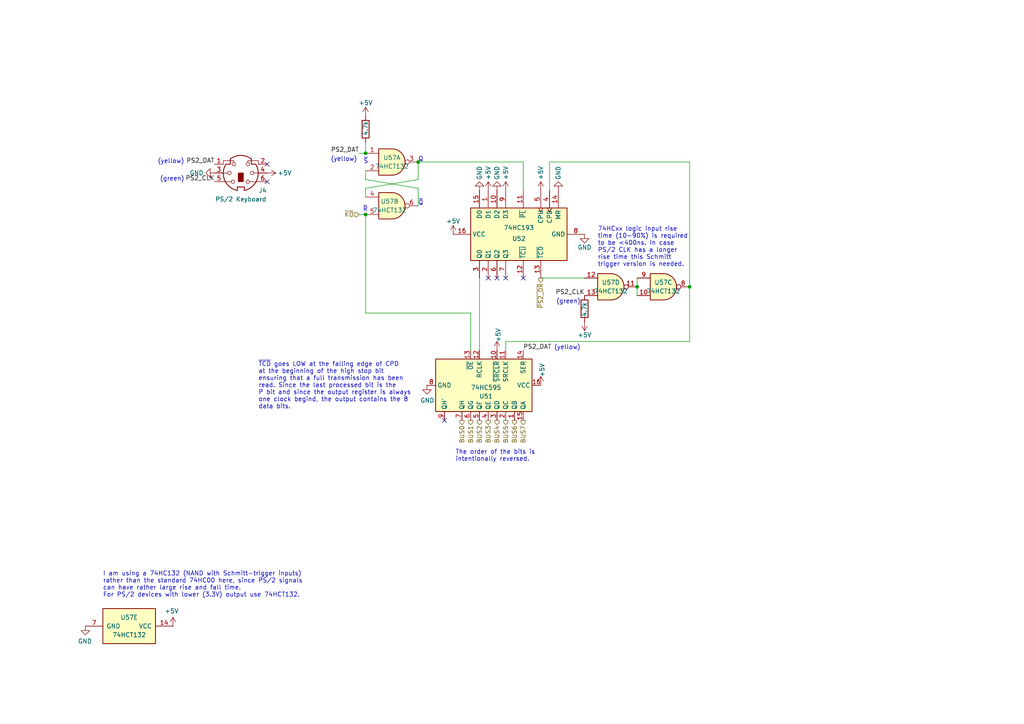
<source format=kicad_sch>
(kicad_sch (version 20211123) (generator eeschema)

  (uuid 3456428e-1a01-4d75-8515-4be9a68bbc35)

  (paper "A4")

  (title_block
    (title "PS/2 Receiver")
    (date "2023-06-22")
    (rev "1.2")
    (comment 2 "creativecommons.org/licenses/by-nc-sa/4.0/")
    (comment 3 "This work is licensed under CC BY-NC-SA 4.0")
    (comment 4 "Author: Carsten Herting (slu4)")
  )

  (lib_symbols
    (symbol "74xx:74HC595" (in_bom yes) (on_board yes)
      (property "Reference" "U" (id 0) (at -7.62 13.97 0)
        (effects (font (size 1.27 1.27)))
      )
      (property "Value" "74HC595" (id 1) (at -7.62 -16.51 0)
        (effects (font (size 1.27 1.27)))
      )
      (property "Footprint" "" (id 2) (at 0 0 0)
        (effects (font (size 1.27 1.27)) hide)
      )
      (property "Datasheet" "http://www.ti.com/lit/ds/symlink/sn74hc595.pdf" (id 3) (at 0 0 0)
        (effects (font (size 1.27 1.27)) hide)
      )
      (property "ki_keywords" "HCMOS SR 3State" (id 4) (at 0 0 0)
        (effects (font (size 1.27 1.27)) hide)
      )
      (property "ki_description" "8-bit serial in/out Shift Register 3-State Outputs" (id 5) (at 0 0 0)
        (effects (font (size 1.27 1.27)) hide)
      )
      (property "ki_fp_filters" "DIP*W7.62mm* SOIC*3.9x9.9mm*P1.27mm* TSSOP*4.4x5mm*P0.65mm* SOIC*5.3x10.2mm*P1.27mm* SOIC*7.5x10.3mm*P1.27mm*" (id 6) (at 0 0 0)
        (effects (font (size 1.27 1.27)) hide)
      )
      (symbol "74HC595_1_0"
        (pin tri_state line (at 10.16 7.62 180) (length 2.54)
          (name "QB" (effects (font (size 1.27 1.27))))
          (number "1" (effects (font (size 1.27 1.27))))
        )
        (pin input line (at -10.16 2.54 0) (length 2.54)
          (name "~{SRCLR}" (effects (font (size 1.27 1.27))))
          (number "10" (effects (font (size 1.27 1.27))))
        )
        (pin input line (at -10.16 5.08 0) (length 2.54)
          (name "SRCLK" (effects (font (size 1.27 1.27))))
          (number "11" (effects (font (size 1.27 1.27))))
        )
        (pin input line (at -10.16 -2.54 0) (length 2.54)
          (name "RCLK" (effects (font (size 1.27 1.27))))
          (number "12" (effects (font (size 1.27 1.27))))
        )
        (pin input line (at -10.16 -5.08 0) (length 2.54)
          (name "~{OE}" (effects (font (size 1.27 1.27))))
          (number "13" (effects (font (size 1.27 1.27))))
        )
        (pin input line (at -10.16 10.16 0) (length 2.54)
          (name "SER" (effects (font (size 1.27 1.27))))
          (number "14" (effects (font (size 1.27 1.27))))
        )
        (pin tri_state line (at 10.16 10.16 180) (length 2.54)
          (name "QA" (effects (font (size 1.27 1.27))))
          (number "15" (effects (font (size 1.27 1.27))))
        )
        (pin power_in line (at 0 15.24 270) (length 2.54)
          (name "VCC" (effects (font (size 1.27 1.27))))
          (number "16" (effects (font (size 1.27 1.27))))
        )
        (pin tri_state line (at 10.16 5.08 180) (length 2.54)
          (name "QC" (effects (font (size 1.27 1.27))))
          (number "2" (effects (font (size 1.27 1.27))))
        )
        (pin tri_state line (at 10.16 2.54 180) (length 2.54)
          (name "QD" (effects (font (size 1.27 1.27))))
          (number "3" (effects (font (size 1.27 1.27))))
        )
        (pin tri_state line (at 10.16 0 180) (length 2.54)
          (name "QE" (effects (font (size 1.27 1.27))))
          (number "4" (effects (font (size 1.27 1.27))))
        )
        (pin tri_state line (at 10.16 -2.54 180) (length 2.54)
          (name "QF" (effects (font (size 1.27 1.27))))
          (number "5" (effects (font (size 1.27 1.27))))
        )
        (pin tri_state line (at 10.16 -5.08 180) (length 2.54)
          (name "QG" (effects (font (size 1.27 1.27))))
          (number "6" (effects (font (size 1.27 1.27))))
        )
        (pin tri_state line (at 10.16 -7.62 180) (length 2.54)
          (name "QH" (effects (font (size 1.27 1.27))))
          (number "7" (effects (font (size 1.27 1.27))))
        )
        (pin power_in line (at 0 -17.78 90) (length 2.54)
          (name "GND" (effects (font (size 1.27 1.27))))
          (number "8" (effects (font (size 1.27 1.27))))
        )
        (pin output line (at 10.16 -12.7 180) (length 2.54)
          (name "QH'" (effects (font (size 1.27 1.27))))
          (number "9" (effects (font (size 1.27 1.27))))
        )
      )
      (symbol "74HC595_1_1"
        (rectangle (start -7.62 12.7) (end 7.62 -15.24)
          (stroke (width 0.254) (type default) (color 0 0 0 0))
          (fill (type background))
        )
      )
    )
    (symbol "8-Bit CPU 32k:74HC132" (pin_names (offset 1.016)) (in_bom yes) (on_board yes)
      (property "Reference" "U" (id 0) (at 0 1.27 0)
        (effects (font (size 1.27 1.27)))
      )
      (property "Value" "74HC132" (id 1) (at 0 -1.27 0)
        (effects (font (size 1.27 1.27)))
      )
      (property "Footprint" "" (id 2) (at 0 0 0)
        (effects (font (size 1.27 1.27)) hide)
      )
      (property "Datasheet" "" (id 3) (at 0 0 0)
        (effects (font (size 1.27 1.27)) hide)
      )
      (property "ki_locked" "" (id 4) (at 0 0 0)
        (effects (font (size 1.27 1.27)))
      )
      (property "ki_fp_filters" "DIP*W7.62mm* SO14*" (id 5) (at 0 0 0)
        (effects (font (size 1.27 1.27)) hide)
      )
      (symbol "74HC132_1_1"
        (arc (start 0 -3.81) (mid 3.81 0) (end 0 3.81)
          (stroke (width 0.254) (type default) (color 0 0 0 0))
          (fill (type background))
        )
        (polyline
          (pts
            (xy 0 3.81)
            (xy -3.81 3.81)
            (xy -3.81 -3.81)
            (xy 0 -3.81)
          )
          (stroke (width 0.254) (type default) (color 0 0 0 0))
          (fill (type background))
        )
        (pin input line (at -7.62 2.54 0) (length 3.81)
          (name "~" (effects (font (size 1.27 1.27))))
          (number "1" (effects (font (size 1.27 1.27))))
        )
        (pin input line (at -7.62 -2.54 0) (length 3.81)
          (name "~" (effects (font (size 1.27 1.27))))
          (number "2" (effects (font (size 1.27 1.27))))
        )
        (pin output inverted (at 7.62 0 180) (length 3.81)
          (name "~" (effects (font (size 1.27 1.27))))
          (number "3" (effects (font (size 1.27 1.27))))
        )
      )
      (symbol "74HC132_1_2"
        (arc (start -3.81 -3.81) (mid -2.589 0) (end -3.81 3.81)
          (stroke (width 0.254) (type default) (color 0 0 0 0))
          (fill (type none))
        )
        (arc (start -0.6096 -3.81) (mid 2.1842 -2.5851) (end 3.81 0)
          (stroke (width 0.254) (type default) (color 0 0 0 0))
          (fill (type background))
        )
        (polyline
          (pts
            (xy -3.81 -3.81)
            (xy -0.635 -3.81)
          )
          (stroke (width 0.254) (type default) (color 0 0 0 0))
          (fill (type background))
        )
        (polyline
          (pts
            (xy -3.81 3.81)
            (xy -0.635 3.81)
          )
          (stroke (width 0.254) (type default) (color 0 0 0 0))
          (fill (type background))
        )
        (polyline
          (pts
            (xy -0.635 3.81)
            (xy -3.81 3.81)
            (xy -3.81 3.81)
            (xy -3.556 3.4036)
            (xy -3.0226 2.2606)
            (xy -2.6924 1.0414)
            (xy -2.6162 -0.254)
            (xy -2.7686 -1.4986)
            (xy -3.175 -2.7178)
            (xy -3.81 -3.81)
            (xy -3.81 -3.81)
            (xy -0.635 -3.81)
          )
          (stroke (width -25.4) (type default) (color 0 0 0 0))
          (fill (type background))
        )
        (arc (start 3.81 0) (mid 2.1915 2.5936) (end -0.6096 3.81)
          (stroke (width 0.254) (type default) (color 0 0 0 0))
          (fill (type background))
        )
        (pin input inverted (at -7.62 2.54 0) (length 4.318)
          (name "~" (effects (font (size 1.27 1.27))))
          (number "1" (effects (font (size 1.27 1.27))))
        )
        (pin input inverted (at -7.62 -2.54 0) (length 4.318)
          (name "~" (effects (font (size 1.27 1.27))))
          (number "2" (effects (font (size 1.27 1.27))))
        )
        (pin output line (at 7.62 0 180) (length 3.81)
          (name "~" (effects (font (size 1.27 1.27))))
          (number "3" (effects (font (size 1.27 1.27))))
        )
      )
      (symbol "74HC132_2_1"
        (arc (start 0 -3.81) (mid 3.81 0) (end 0 3.81)
          (stroke (width 0.254) (type default) (color 0 0 0 0))
          (fill (type background))
        )
        (polyline
          (pts
            (xy 0 3.81)
            (xy -3.81 3.81)
            (xy -3.81 -3.81)
            (xy 0 -3.81)
          )
          (stroke (width 0.254) (type default) (color 0 0 0 0))
          (fill (type background))
        )
        (pin input line (at -7.62 2.54 0) (length 3.81)
          (name "~" (effects (font (size 1.27 1.27))))
          (number "4" (effects (font (size 1.27 1.27))))
        )
        (pin input line (at -7.62 -2.54 0) (length 3.81)
          (name "~" (effects (font (size 1.27 1.27))))
          (number "5" (effects (font (size 1.27 1.27))))
        )
        (pin output inverted (at 7.62 0 180) (length 3.81)
          (name "~" (effects (font (size 1.27 1.27))))
          (number "6" (effects (font (size 1.27 1.27))))
        )
      )
      (symbol "74HC132_2_2"
        (arc (start -3.81 -3.81) (mid -2.589 0) (end -3.81 3.81)
          (stroke (width 0.254) (type default) (color 0 0 0 0))
          (fill (type none))
        )
        (arc (start -0.6096 -3.81) (mid 2.1842 -2.5851) (end 3.81 0)
          (stroke (width 0.254) (type default) (color 0 0 0 0))
          (fill (type background))
        )
        (polyline
          (pts
            (xy -3.81 -3.81)
            (xy -0.635 -3.81)
          )
          (stroke (width 0.254) (type default) (color 0 0 0 0))
          (fill (type background))
        )
        (polyline
          (pts
            (xy -3.81 3.81)
            (xy -0.635 3.81)
          )
          (stroke (width 0.254) (type default) (color 0 0 0 0))
          (fill (type background))
        )
        (polyline
          (pts
            (xy -0.635 3.81)
            (xy -3.81 3.81)
            (xy -3.81 3.81)
            (xy -3.556 3.4036)
            (xy -3.0226 2.2606)
            (xy -2.6924 1.0414)
            (xy -2.6162 -0.254)
            (xy -2.7686 -1.4986)
            (xy -3.175 -2.7178)
            (xy -3.81 -3.81)
            (xy -3.81 -3.81)
            (xy -0.635 -3.81)
          )
          (stroke (width -25.4) (type default) (color 0 0 0 0))
          (fill (type background))
        )
        (arc (start 3.81 0) (mid 2.1915 2.5936) (end -0.6096 3.81)
          (stroke (width 0.254) (type default) (color 0 0 0 0))
          (fill (type background))
        )
        (pin input inverted (at -7.62 2.54 0) (length 4.318)
          (name "~" (effects (font (size 1.27 1.27))))
          (number "4" (effects (font (size 1.27 1.27))))
        )
        (pin input inverted (at -7.62 -2.54 0) (length 4.318)
          (name "~" (effects (font (size 1.27 1.27))))
          (number "5" (effects (font (size 1.27 1.27))))
        )
        (pin output line (at 7.62 0 180) (length 3.81)
          (name "~" (effects (font (size 1.27 1.27))))
          (number "6" (effects (font (size 1.27 1.27))))
        )
      )
      (symbol "74HC132_3_1"
        (arc (start 0 -3.81) (mid 3.81 0) (end 0 3.81)
          (stroke (width 0.254) (type default) (color 0 0 0 0))
          (fill (type background))
        )
        (polyline
          (pts
            (xy 0 3.81)
            (xy -3.81 3.81)
            (xy -3.81 -3.81)
            (xy 0 -3.81)
          )
          (stroke (width 0.254) (type default) (color 0 0 0 0))
          (fill (type background))
        )
        (pin input line (at -7.62 -2.54 0) (length 3.81)
          (name "~" (effects (font (size 1.27 1.27))))
          (number "10" (effects (font (size 1.27 1.27))))
        )
        (pin output inverted (at 7.62 0 180) (length 3.81)
          (name "~" (effects (font (size 1.27 1.27))))
          (number "8" (effects (font (size 1.27 1.27))))
        )
        (pin input line (at -7.62 2.54 0) (length 3.81)
          (name "~" (effects (font (size 1.27 1.27))))
          (number "9" (effects (font (size 1.27 1.27))))
        )
      )
      (symbol "74HC132_3_2"
        (arc (start -3.81 -3.81) (mid -2.589 0) (end -3.81 3.81)
          (stroke (width 0.254) (type default) (color 0 0 0 0))
          (fill (type none))
        )
        (arc (start -0.6096 -3.81) (mid 2.1842 -2.5851) (end 3.81 0)
          (stroke (width 0.254) (type default) (color 0 0 0 0))
          (fill (type background))
        )
        (polyline
          (pts
            (xy -3.81 -3.81)
            (xy -0.635 -3.81)
          )
          (stroke (width 0.254) (type default) (color 0 0 0 0))
          (fill (type background))
        )
        (polyline
          (pts
            (xy -3.81 3.81)
            (xy -0.635 3.81)
          )
          (stroke (width 0.254) (type default) (color 0 0 0 0))
          (fill (type background))
        )
        (polyline
          (pts
            (xy -0.635 3.81)
            (xy -3.81 3.81)
            (xy -3.81 3.81)
            (xy -3.556 3.4036)
            (xy -3.0226 2.2606)
            (xy -2.6924 1.0414)
            (xy -2.6162 -0.254)
            (xy -2.7686 -1.4986)
            (xy -3.175 -2.7178)
            (xy -3.81 -3.81)
            (xy -3.81 -3.81)
            (xy -0.635 -3.81)
          )
          (stroke (width -25.4) (type default) (color 0 0 0 0))
          (fill (type background))
        )
        (arc (start 3.81 0) (mid 2.1915 2.5936) (end -0.6096 3.81)
          (stroke (width 0.254) (type default) (color 0 0 0 0))
          (fill (type background))
        )
        (pin input inverted (at -7.62 -2.54 0) (length 4.318)
          (name "~" (effects (font (size 1.27 1.27))))
          (number "10" (effects (font (size 1.27 1.27))))
        )
        (pin output line (at 7.62 0 180) (length 3.81)
          (name "~" (effects (font (size 1.27 1.27))))
          (number "8" (effects (font (size 1.27 1.27))))
        )
        (pin input inverted (at -7.62 2.54 0) (length 4.318)
          (name "~" (effects (font (size 1.27 1.27))))
          (number "9" (effects (font (size 1.27 1.27))))
        )
      )
      (symbol "74HC132_4_1"
        (arc (start 0 -3.81) (mid 3.81 0) (end 0 3.81)
          (stroke (width 0.254) (type default) (color 0 0 0 0))
          (fill (type background))
        )
        (polyline
          (pts
            (xy 0 3.81)
            (xy -3.81 3.81)
            (xy -3.81 -3.81)
            (xy 0 -3.81)
          )
          (stroke (width 0.254) (type default) (color 0 0 0 0))
          (fill (type background))
        )
        (pin output inverted (at 7.62 0 180) (length 3.81)
          (name "~" (effects (font (size 1.27 1.27))))
          (number "11" (effects (font (size 1.27 1.27))))
        )
        (pin input line (at -7.62 2.54 0) (length 3.81)
          (name "~" (effects (font (size 1.27 1.27))))
          (number "12" (effects (font (size 1.27 1.27))))
        )
        (pin input line (at -7.62 -2.54 0) (length 3.81)
          (name "~" (effects (font (size 1.27 1.27))))
          (number "13" (effects (font (size 1.27 1.27))))
        )
      )
      (symbol "74HC132_4_2"
        (arc (start -3.81 -3.81) (mid -2.589 0) (end -3.81 3.81)
          (stroke (width 0.254) (type default) (color 0 0 0 0))
          (fill (type none))
        )
        (arc (start -0.6096 -3.81) (mid 2.1842 -2.5851) (end 3.81 0)
          (stroke (width 0.254) (type default) (color 0 0 0 0))
          (fill (type background))
        )
        (polyline
          (pts
            (xy -3.81 -3.81)
            (xy -0.635 -3.81)
          )
          (stroke (width 0.254) (type default) (color 0 0 0 0))
          (fill (type background))
        )
        (polyline
          (pts
            (xy -3.81 3.81)
            (xy -0.635 3.81)
          )
          (stroke (width 0.254) (type default) (color 0 0 0 0))
          (fill (type background))
        )
        (polyline
          (pts
            (xy -0.635 3.81)
            (xy -3.81 3.81)
            (xy -3.81 3.81)
            (xy -3.556 3.4036)
            (xy -3.0226 2.2606)
            (xy -2.6924 1.0414)
            (xy -2.6162 -0.254)
            (xy -2.7686 -1.4986)
            (xy -3.175 -2.7178)
            (xy -3.81 -3.81)
            (xy -3.81 -3.81)
            (xy -0.635 -3.81)
          )
          (stroke (width -25.4) (type default) (color 0 0 0 0))
          (fill (type background))
        )
        (arc (start 3.81 0) (mid 2.1915 2.5936) (end -0.6096 3.81)
          (stroke (width 0.254) (type default) (color 0 0 0 0))
          (fill (type background))
        )
        (pin output line (at 7.62 0 180) (length 3.81)
          (name "~" (effects (font (size 1.27 1.27))))
          (number "11" (effects (font (size 1.27 1.27))))
        )
        (pin input inverted (at -7.62 2.54 0) (length 4.318)
          (name "~" (effects (font (size 1.27 1.27))))
          (number "12" (effects (font (size 1.27 1.27))))
        )
        (pin input inverted (at -7.62 -2.54 0) (length 4.318)
          (name "~" (effects (font (size 1.27 1.27))))
          (number "13" (effects (font (size 1.27 1.27))))
        )
      )
      (symbol "74HC132_5_0"
        (pin power_in line (at 0 12.7 270) (length 5.08)
          (name "VCC" (effects (font (size 1.27 1.27))))
          (number "14" (effects (font (size 1.27 1.27))))
        )
        (pin power_in line (at 0 -12.7 90) (length 5.08)
          (name "GND" (effects (font (size 1.27 1.27))))
          (number "7" (effects (font (size 1.27 1.27))))
        )
      )
      (symbol "74HC132_5_1"
        (rectangle (start -5.08 7.62) (end 5.08 -7.62)
          (stroke (width 0.254) (type default) (color 0 0 0 0))
          (fill (type background))
        )
      )
    )
    (symbol "8-Bit CPU 32k:74HC193" (in_bom yes) (on_board yes)
      (property "Reference" "U" (id 0) (at -7.62 13.97 0)
        (effects (font (size 1.27 1.27)))
      )
      (property "Value" "74HC193" (id 1) (at 5.08 13.97 0)
        (effects (font (size 1.27 1.27)))
      )
      (property "Footprint" "" (id 2) (at 0 0 0)
        (effects (font (size 1.27 1.27)) hide)
      )
      (property "Datasheet" "http://www.ti.com/lit/ds/symlink/sn74ls193.pdf" (id 3) (at 0 0 0)
        (effects (font (size 1.27 1.27)) hide)
      )
      (property "ki_keywords" "TTL CNT CNT4" (id 4) (at 0 0 0)
        (effects (font (size 1.27 1.27)) hide)
      )
      (property "ki_description" "Synchronous 4-bit Up/Down (2 clk) counter" (id 5) (at 0 0 0)
        (effects (font (size 1.27 1.27)) hide)
      )
      (property "ki_fp_filters" "SOIC*3.9x9.9mm*P1.27mm* DIP*W7.62mm*" (id 6) (at 0 0 0)
        (effects (font (size 1.27 1.27)) hide)
      )
      (symbol "74HC193_1_0"
        (pin input line (at -12.7 7.62 0) (length 5.08)
          (name "D1" (effects (font (size 1.27 1.27))))
          (number "1" (effects (font (size 1.27 1.27))))
        )
        (pin input line (at -12.7 5.08 0) (length 5.08)
          (name "D2" (effects (font (size 1.27 1.27))))
          (number "10" (effects (font (size 1.27 1.27))))
        )
        (pin input line (at -12.7 -2.54 0) (length 5.08)
          (name "~{PL}" (effects (font (size 1.27 1.27))))
          (number "11" (effects (font (size 1.27 1.27))))
        )
        (pin output line (at 12.7 -2.54 180) (length 5.08)
          (name "~{TCU}" (effects (font (size 1.27 1.27))))
          (number "12" (effects (font (size 1.27 1.27))))
        )
        (pin output line (at 12.7 -7.62 180) (length 5.08)
          (name "~{TCD}" (effects (font (size 1.27 1.27))))
          (number "13" (effects (font (size 1.27 1.27))))
        )
        (pin input line (at -12.7 -12.7 0) (length 5.08)
          (name "MR" (effects (font (size 1.27 1.27))))
          (number "14" (effects (font (size 1.27 1.27))))
        )
        (pin input line (at -12.7 10.16 0) (length 5.08)
          (name "D0" (effects (font (size 1.27 1.27))))
          (number "15" (effects (font (size 1.27 1.27))))
        )
        (pin power_in line (at 0 17.78 270) (length 5.08)
          (name "VCC" (effects (font (size 1.27 1.27))))
          (number "16" (effects (font (size 1.27 1.27))))
        )
        (pin output line (at 12.7 7.62 180) (length 5.08)
          (name "Q1" (effects (font (size 1.27 1.27))))
          (number "2" (effects (font (size 1.27 1.27))))
        )
        (pin output line (at 12.7 10.16 180) (length 5.08)
          (name "Q0" (effects (font (size 1.27 1.27))))
          (number "3" (effects (font (size 1.27 1.27))))
        )
        (pin input clock (at -12.7 -10.16 0) (length 5.08)
          (name "CPD" (effects (font (size 1.27 1.27))))
          (number "4" (effects (font (size 1.27 1.27))))
        )
        (pin input clock (at -12.7 -7.62 0) (length 5.08)
          (name "CPU" (effects (font (size 1.27 1.27))))
          (number "5" (effects (font (size 1.27 1.27))))
        )
        (pin output line (at 12.7 5.08 180) (length 5.08)
          (name "Q2" (effects (font (size 1.27 1.27))))
          (number "6" (effects (font (size 1.27 1.27))))
        )
        (pin output line (at 12.7 2.54 180) (length 5.08)
          (name "Q3" (effects (font (size 1.27 1.27))))
          (number "7" (effects (font (size 1.27 1.27))))
        )
        (pin power_in line (at 0 -20.32 90) (length 5.08)
          (name "GND" (effects (font (size 1.27 1.27))))
          (number "8" (effects (font (size 1.27 1.27))))
        )
        (pin input line (at -12.7 2.54 0) (length 5.08)
          (name "D3" (effects (font (size 1.27 1.27))))
          (number "9" (effects (font (size 1.27 1.27))))
        )
      )
      (symbol "74HC193_1_1"
        (rectangle (start -7.62 12.7) (end 7.62 -15.24)
          (stroke (width 0.254) (type default) (color 0 0 0 0))
          (fill (type background))
        )
      )
    )
    (symbol "Connector:Mini-DIN-6" (pin_names (offset 1.016)) (in_bom yes) (on_board yes)
      (property "Reference" "J" (id 0) (at 0 6.35 0)
        (effects (font (size 1.27 1.27)))
      )
      (property "Value" "Mini-DIN-6" (id 1) (at 0 -6.35 0)
        (effects (font (size 1.27 1.27)))
      )
      (property "Footprint" "" (id 2) (at 0 0 0)
        (effects (font (size 1.27 1.27)) hide)
      )
      (property "Datasheet" "http://service.powerdynamics.com/ec/Catalog17/Section%2011.pdf" (id 3) (at 0 0 0)
        (effects (font (size 1.27 1.27)) hide)
      )
      (property "ki_keywords" "Mini-DIN" (id 4) (at 0 0 0)
        (effects (font (size 1.27 1.27)) hide)
      )
      (property "ki_description" "6-pin Mini-DIN connector" (id 5) (at 0 0 0)
        (effects (font (size 1.27 1.27)) hide)
      )
      (property "ki_fp_filters" "MINI?DIN*" (id 6) (at 0 0 0)
        (effects (font (size 1.27 1.27)) hide)
      )
      (symbol "Mini-DIN-6_0_1"
        (circle (center -3.302 0) (radius 0.508)
          (stroke (width 0) (type default) (color 0 0 0 0))
          (fill (type none))
        )
        (arc (start -3.048 -4.064) (mid 0 -5.08) (end 3.048 -4.064)
          (stroke (width 0.254) (type default) (color 0 0 0 0))
          (fill (type none))
        )
        (circle (center -2.032 -2.54) (radius 0.508)
          (stroke (width 0) (type default) (color 0 0 0 0))
          (fill (type none))
        )
        (circle (center -2.032 2.54) (radius 0.508)
          (stroke (width 0) (type default) (color 0 0 0 0))
          (fill (type none))
        )
        (arc (start -1.016 5.08) (mid -4.6228 2.1214) (end -4.318 -2.54)
          (stroke (width 0.254) (type default) (color 0 0 0 0))
          (fill (type none))
        )
        (rectangle (start -0.762 2.54) (end 0.762 0)
          (stroke (width 0) (type default) (color 0 0 0 0))
          (fill (type outline))
        )
        (polyline
          (pts
            (xy -3.81 0)
            (xy -5.08 0)
          )
          (stroke (width 0) (type default) (color 0 0 0 0))
          (fill (type none))
        )
        (polyline
          (pts
            (xy -2.54 2.54)
            (xy -5.08 2.54)
          )
          (stroke (width 0) (type default) (color 0 0 0 0))
          (fill (type none))
        )
        (polyline
          (pts
            (xy 2.794 2.54)
            (xy 5.08 2.54)
          )
          (stroke (width 0) (type default) (color 0 0 0 0))
          (fill (type none))
        )
        (polyline
          (pts
            (xy 5.08 0)
            (xy 3.81 0)
          )
          (stroke (width 0) (type default) (color 0 0 0 0))
          (fill (type none))
        )
        (polyline
          (pts
            (xy -4.318 -2.54)
            (xy -3.048 -2.54)
            (xy -3.048 -4.064)
          )
          (stroke (width 0.254) (type default) (color 0 0 0 0))
          (fill (type none))
        )
        (polyline
          (pts
            (xy 4.318 -2.54)
            (xy 3.048 -2.54)
            (xy 3.048 -4.064)
          )
          (stroke (width 0.254) (type default) (color 0 0 0 0))
          (fill (type none))
        )
        (polyline
          (pts
            (xy -2.032 -3.048)
            (xy -2.032 -3.556)
            (xy -5.08 -3.556)
            (xy -5.08 -2.54)
          )
          (stroke (width 0) (type default) (color 0 0 0 0))
          (fill (type none))
        )
        (polyline
          (pts
            (xy -1.016 5.08)
            (xy -1.016 4.064)
            (xy 1.016 4.064)
            (xy 1.016 5.08)
          )
          (stroke (width 0.254) (type default) (color 0 0 0 0))
          (fill (type none))
        )
        (polyline
          (pts
            (xy 2.032 -3.048)
            (xy 2.032 -3.556)
            (xy 5.08 -3.556)
            (xy 5.08 -2.54)
          )
          (stroke (width 0) (type default) (color 0 0 0 0))
          (fill (type none))
        )
        (circle (center 2.032 -2.54) (radius 0.508)
          (stroke (width 0) (type default) (color 0 0 0 0))
          (fill (type none))
        )
        (circle (center 2.286 2.54) (radius 0.508)
          (stroke (width 0) (type default) (color 0 0 0 0))
          (fill (type none))
        )
        (circle (center 3.302 0) (radius 0.508)
          (stroke (width 0) (type default) (color 0 0 0 0))
          (fill (type none))
        )
        (arc (start 4.318 -2.54) (mid 4.6661 2.1322) (end 1.016 5.08)
          (stroke (width 0.254) (type default) (color 0 0 0 0))
          (fill (type none))
        )
      )
      (symbol "Mini-DIN-6_1_1"
        (pin passive line (at 7.62 -2.54 180) (length 2.54)
          (name "~" (effects (font (size 1.27 1.27))))
          (number "1" (effects (font (size 1.27 1.27))))
        )
        (pin passive line (at -7.62 -2.54 0) (length 2.54)
          (name "~" (effects (font (size 1.27 1.27))))
          (number "2" (effects (font (size 1.27 1.27))))
        )
        (pin passive line (at 7.62 0 180) (length 2.54)
          (name "~" (effects (font (size 1.27 1.27))))
          (number "3" (effects (font (size 1.27 1.27))))
        )
        (pin passive line (at -7.62 0 0) (length 2.54)
          (name "~" (effects (font (size 1.27 1.27))))
          (number "4" (effects (font (size 1.27 1.27))))
        )
        (pin passive line (at 7.62 2.54 180) (length 2.54)
          (name "~" (effects (font (size 1.27 1.27))))
          (number "5" (effects (font (size 1.27 1.27))))
        )
        (pin passive line (at -7.62 2.54 0) (length 2.54)
          (name "~" (effects (font (size 1.27 1.27))))
          (number "6" (effects (font (size 1.27 1.27))))
        )
      )
    )
    (symbol "Device:R" (pin_numbers hide) (pin_names (offset 0)) (in_bom yes) (on_board yes)
      (property "Reference" "R" (id 0) (at 2.032 0 90)
        (effects (font (size 1.27 1.27)))
      )
      (property "Value" "R" (id 1) (at 0 0 90)
        (effects (font (size 1.27 1.27)))
      )
      (property "Footprint" "" (id 2) (at -1.778 0 90)
        (effects (font (size 1.27 1.27)) hide)
      )
      (property "Datasheet" "~" (id 3) (at 0 0 0)
        (effects (font (size 1.27 1.27)) hide)
      )
      (property "ki_keywords" "R res resistor" (id 4) (at 0 0 0)
        (effects (font (size 1.27 1.27)) hide)
      )
      (property "ki_description" "Resistor" (id 5) (at 0 0 0)
        (effects (font (size 1.27 1.27)) hide)
      )
      (property "ki_fp_filters" "R_*" (id 6) (at 0 0 0)
        (effects (font (size 1.27 1.27)) hide)
      )
      (symbol "R_0_1"
        (rectangle (start -1.016 -2.54) (end 1.016 2.54)
          (stroke (width 0.254) (type default) (color 0 0 0 0))
          (fill (type none))
        )
      )
      (symbol "R_1_1"
        (pin passive line (at 0 3.81 270) (length 1.27)
          (name "~" (effects (font (size 1.27 1.27))))
          (number "1" (effects (font (size 1.27 1.27))))
        )
        (pin passive line (at 0 -3.81 90) (length 1.27)
          (name "~" (effects (font (size 1.27 1.27))))
          (number "2" (effects (font (size 1.27 1.27))))
        )
      )
    )
    (symbol "power:+5V" (power) (pin_names (offset 0)) (in_bom yes) (on_board yes)
      (property "Reference" "#PWR" (id 0) (at 0 -3.81 0)
        (effects (font (size 1.27 1.27)) hide)
      )
      (property "Value" "+5V" (id 1) (at 0 3.556 0)
        (effects (font (size 1.27 1.27)))
      )
      (property "Footprint" "" (id 2) (at 0 0 0)
        (effects (font (size 1.27 1.27)) hide)
      )
      (property "Datasheet" "" (id 3) (at 0 0 0)
        (effects (font (size 1.27 1.27)) hide)
      )
      (property "ki_keywords" "power-flag" (id 4) (at 0 0 0)
        (effects (font (size 1.27 1.27)) hide)
      )
      (property "ki_description" "Power symbol creates a global label with name \"+5V\"" (id 5) (at 0 0 0)
        (effects (font (size 1.27 1.27)) hide)
      )
      (symbol "+5V_0_1"
        (polyline
          (pts
            (xy -0.762 1.27)
            (xy 0 2.54)
          )
          (stroke (width 0) (type default) (color 0 0 0 0))
          (fill (type none))
        )
        (polyline
          (pts
            (xy 0 0)
            (xy 0 2.54)
          )
          (stroke (width 0) (type default) (color 0 0 0 0))
          (fill (type none))
        )
        (polyline
          (pts
            (xy 0 2.54)
            (xy 0.762 1.27)
          )
          (stroke (width 0) (type default) (color 0 0 0 0))
          (fill (type none))
        )
      )
      (symbol "+5V_1_1"
        (pin power_in line (at 0 0 90) (length 0) hide
          (name "+5V" (effects (font (size 1.27 1.27))))
          (number "1" (effects (font (size 1.27 1.27))))
        )
      )
    )
    (symbol "power:GND" (power) (pin_names (offset 0)) (in_bom yes) (on_board yes)
      (property "Reference" "#PWR" (id 0) (at 0 -6.35 0)
        (effects (font (size 1.27 1.27)) hide)
      )
      (property "Value" "GND" (id 1) (at 0 -3.81 0)
        (effects (font (size 1.27 1.27)))
      )
      (property "Footprint" "" (id 2) (at 0 0 0)
        (effects (font (size 1.27 1.27)) hide)
      )
      (property "Datasheet" "" (id 3) (at 0 0 0)
        (effects (font (size 1.27 1.27)) hide)
      )
      (property "ki_keywords" "power-flag" (id 4) (at 0 0 0)
        (effects (font (size 1.27 1.27)) hide)
      )
      (property "ki_description" "Power symbol creates a global label with name \"GND\" , ground" (id 5) (at 0 0 0)
        (effects (font (size 1.27 1.27)) hide)
      )
      (symbol "GND_0_1"
        (polyline
          (pts
            (xy 0 0)
            (xy 0 -1.27)
            (xy 1.27 -1.27)
            (xy 0 -2.54)
            (xy -1.27 -1.27)
            (xy 0 -1.27)
          )
          (stroke (width 0) (type default) (color 0 0 0 0))
          (fill (type none))
        )
      )
      (symbol "GND_1_1"
        (pin power_in line (at 0 0 270) (length 0) hide
          (name "GND" (effects (font (size 1.27 1.27))))
          (number "1" (effects (font (size 1.27 1.27))))
        )
      )
    )
  )

  (junction (at 106.045 44.45) (diameter 0) (color 0 0 0 0)
    (uuid 03b241ba-0e7f-44cb-9d94-070f0df04c11)
  )
  (junction (at 106.045 62.23) (diameter 0) (color 0 0 0 0)
    (uuid 4077a75c-0f7f-430f-bf29-3f610eab2b45)
  )
  (junction (at 200.025 83.185) (diameter 0) (color 0 0 0 0)
    (uuid 55bb170b-bef6-4e92-9b77-37ec785a995a)
  )
  (junction (at 184.785 83.185) (diameter 0) (color 0 0 0 0)
    (uuid d0c285b7-b407-4ffa-8d23-f3286110c8a5)
  )
  (junction (at 121.285 46.99) (diameter 0) (color 0 0 0 0)
    (uuid d2702105-3838-4358-adb9-8b3d8f634e9c)
  )

  (no_connect (at 141.605 80.645) (uuid 3497a1e4-c12a-4f8a-8a8d-fe98de6ba583))
  (no_connect (at 77.47 47.625) (uuid 59762be6-3448-41b3-82be-82d7b442f5a6))
  (no_connect (at 77.47 52.705) (uuid 84ecd1cd-ef0c-44a1-948e-b65075e27a68))
  (no_connect (at 146.685 80.645) (uuid aad6f2a9-105f-4042-ac5a-1cc557bfd6b9))
  (no_connect (at 151.765 80.645) (uuid d4205fb1-8fd8-4e18-8b4b-fad3169845ca))
  (no_connect (at 144.145 80.645) (uuid d4205fb1-8fd8-4e18-8b4b-fad3169845cb))
  (no_connect (at 128.905 121.92) (uuid ef7c1122-32c5-474e-9a40-089ce3aaa002))

  (wire (pts (xy 106.045 54.61) (xy 121.285 52.07))
    (stroke (width 0) (type default) (color 0 0 0 0))
    (uuid 174c1b41-98af-40fa-aa1b-98b826fc88fd)
  )
  (wire (pts (xy 136.525 90.805) (xy 106.045 90.805))
    (stroke (width 0) (type default) (color 0 0 0 0))
    (uuid 1860f751-3cae-4aa7-a8d0-5a0fcda9a0b4)
  )
  (wire (pts (xy 184.785 83.185) (xy 184.785 85.725))
    (stroke (width 0) (type default) (color 0 0 0 0))
    (uuid 1c24aacd-2101-4b58-9c90-8792f1a879e7)
  )
  (wire (pts (xy 200.025 83.185) (xy 200.025 99.06))
    (stroke (width 0) (type default) (color 0 0 0 0))
    (uuid 4194576d-8da2-4460-a34f-c1cf176afb1c)
  )
  (wire (pts (xy 104.14 62.23) (xy 106.045 62.23))
    (stroke (width 0) (type default) (color 0 0 0 0))
    (uuid 492ffeb0-0431-4891-b93f-cc30fa59a953)
  )
  (wire (pts (xy 159.385 46.99) (xy 200.025 46.99))
    (stroke (width 0) (type default) (color 0 0 0 0))
    (uuid 50b6d84a-4c93-4b3d-8a06-1ce1d2d47a9c)
  )
  (wire (pts (xy 139.065 80.645) (xy 139.065 101.6))
    (stroke (width 0) (type default) (color 0 0 0 0))
    (uuid 54962b3a-acbf-47d0-880d-304dd56cc8b6)
  )
  (wire (pts (xy 156.845 80.645) (xy 169.545 80.645))
    (stroke (width 0) (type default) (color 0 0 0 0))
    (uuid 5ae90e69-d7a2-4442-b539-813e2867acef)
  )
  (wire (pts (xy 146.685 99.06) (xy 146.685 101.6))
    (stroke (width 0) (type default) (color 0 0 0 0))
    (uuid 697735d3-99ca-4766-8213-4a2a6911a49f)
  )
  (wire (pts (xy 106.045 44.45) (xy 106.045 41.275))
    (stroke (width 0) (type default) (color 0 0 0 0))
    (uuid 7910d241-7f98-4958-b24d-6bc235592207)
  )
  (wire (pts (xy 200.025 46.99) (xy 200.025 83.185))
    (stroke (width 0) (type default) (color 0 0 0 0))
    (uuid 81a83d46-2366-43f0-83a4-8ee5859b2a03)
  )
  (wire (pts (xy 106.045 52.07) (xy 121.285 54.61))
    (stroke (width 0) (type default) (color 0 0 0 0))
    (uuid 8364206b-101f-429a-829e-c4cdbf3578ee)
  )
  (wire (pts (xy 106.045 49.53) (xy 106.045 52.07))
    (stroke (width 0) (type default) (color 0 0 0 0))
    (uuid 83f22a61-a77c-46fc-8555-64621e8b572f)
  )
  (wire (pts (xy 136.525 101.6) (xy 136.525 90.805))
    (stroke (width 0) (type default) (color 0 0 0 0))
    (uuid 88346873-fce8-4a3b-8c0b-a41234d8f2b4)
  )
  (wire (pts (xy 121.285 52.07) (xy 121.285 46.99))
    (stroke (width 0) (type default) (color 0 0 0 0))
    (uuid 9c30665a-2a6b-4471-859a-2a2e48d260b1)
  )
  (wire (pts (xy 121.285 54.61) (xy 121.285 59.69))
    (stroke (width 0) (type default) (color 0 0 0 0))
    (uuid a553ec2b-0725-403f-8413-aadd1bcf3b98)
  )
  (wire (pts (xy 106.045 62.23) (xy 106.045 90.805))
    (stroke (width 0) (type default) (color 0 0 0 0))
    (uuid a7baba16-ac4e-4968-903b-cc70dc748e70)
  )
  (wire (pts (xy 106.045 57.15) (xy 106.045 54.61))
    (stroke (width 0) (type default) (color 0 0 0 0))
    (uuid a99caca2-96b6-4b98-9263-17acc65d768b)
  )
  (wire (pts (xy 184.785 80.645) (xy 184.785 83.185))
    (stroke (width 0) (type default) (color 0 0 0 0))
    (uuid bd65c1fb-5f06-4ea6-a4a9-84f24a33cc01)
  )
  (wire (pts (xy 200.025 99.06) (xy 146.685 99.06))
    (stroke (width 0) (type default) (color 0 0 0 0))
    (uuid c03e20b3-6894-40cd-86fa-ba0544994409)
  )
  (wire (pts (xy 159.385 55.245) (xy 159.385 46.99))
    (stroke (width 0) (type default) (color 0 0 0 0))
    (uuid dbdd6a77-39d5-4ab8-a17e-db76bdd7a30a)
  )
  (wire (pts (xy 151.765 46.99) (xy 151.765 55.245))
    (stroke (width 0) (type default) (color 0 0 0 0))
    (uuid ee2fd687-95c8-4970-9068-0f905ada6516)
  )
  (wire (pts (xy 151.765 46.99) (xy 121.285 46.99))
    (stroke (width 0) (type default) (color 0 0 0 0))
    (uuid ee33c7b4-7668-418b-97d9-784b54736ed9)
  )
  (wire (pts (xy 104.14 44.45) (xy 106.045 44.45))
    (stroke (width 0) (type default) (color 0 0 0 0))
    (uuid f9894dd7-d90d-461a-900f-b90f1d054eb1)
  )

  (text "(green)" (at 46.355 52.705 0)
    (effects (font (size 1.27 1.27)) (justify left bottom))
    (uuid 10d3ba76-1735-4fed-a0cf-26f70036366e)
  )
  (text "(yellow)" (at 160.655 101.6 0)
    (effects (font (size 1.27 1.27)) (justify left bottom))
    (uuid 1734cf2a-0652-4560-b6f9-a2e6d4a8e683)
  )
  (text "~{Q}" (at 121.285 59.69 0)
    (effects (font (size 1.27 1.27)) (justify left bottom))
    (uuid 24d3e09a-39f4-4ed1-acb8-fcaf35f1e6cb)
  )
  (text "The order of the bits is\nintentionally reversed." (at 132.08 133.985 0)
    (effects (font (size 1.27 1.27)) (justify left bottom))
    (uuid 252ce961-79f6-43c5-9980-e5708a2f43e0)
  )
  (text "~{TCD} goes LOW at the falling edge of CPD\nat the beginning of the high stop bit\nensuring that a full transmission has been\nread. Since the last processed bit is the\nP bit and since the output register is always\none clock begind, the output contains the 8\ndata bits."
    (at 74.93 118.745 0)
    (effects (font (size 1.27 1.27)) (justify left bottom))
    (uuid 3ee89d72-c97e-412c-954b-a9d53d9e0504)
  )
  (text "(yellow)" (at 45.72 47.625 0)
    (effects (font (size 1.27 1.27)) (justify left bottom))
    (uuid 5808d9ee-a5e8-402f-9a11-2577246cbee5)
  )
  (text "(yellow)" (at 95.885 46.99 0)
    (effects (font (size 1.27 1.27)) (justify left bottom))
    (uuid 64f52bc3-fd93-4235-bda6-e1824eed03c8)
  )
  (text "(green)" (at 161.29 88.265 0)
    (effects (font (size 1.27 1.27)) (justify left bottom))
    (uuid 9355044c-e204-45d5-a5ae-14c192350ebe)
  )
  (text "Q" (at 121.285 46.99 0)
    (effects (font (size 1.27 1.27)) (justify left bottom))
    (uuid b225d010-4b05-4eb8-9d56-3799b2a590f6)
  )
  (text "~{R}" (at 106.68 61.595 180)
    (effects (font (size 1.27 1.27)) (justify right bottom))
    (uuid cf8ecd47-f13c-4a92-9977-395a0b975ffc)
  )
  (text "~{S}" (at 105.41 47.625 0)
    (effects (font (size 1.27 1.27)) (justify left bottom))
    (uuid d5b3f14c-da6f-4ffa-bfd5-7ca83ab80352)
  )
  (text "74HCxx logic input rise\ntime (10-90%) is required\nto be <400ns. In case\nPS/2 CLK has a longer\nrise time this Schmitt\ntrigger version is needed."
    (at 173.355 77.47 0)
    (effects (font (size 1.27 1.27)) (justify left bottom))
    (uuid e3e62594-e8d4-4a6f-998e-4d1a9f251260)
  )
  (text "I am using a 74HC132 (NAND with Schmitt-trigger inputs)\nrather than the standard 74HC00 here, since PS/2 signals\ncan have rather large rise and fall time.\nFor PS/2 devices with lower (3.3V) output use 74HCT132."
    (at 29.845 173.355 0)
    (effects (font (size 1.27 1.27)) (justify left bottom))
    (uuid ef38121e-15e5-47cd-a0ad-d067227d3388)
  )

  (label "PS2_DAT" (at 151.765 101.6 0)
    (effects (font (size 1.27 1.27)) (justify left bottom))
    (uuid 13c75b02-f270-487f-8518-499182d62d5c)
  )
  (label "PS2_CLK" (at 169.545 85.725 180)
    (effects (font (size 1.27 1.27)) (justify right bottom))
    (uuid 577e6af8-661c-420e-90bb-42695b2499dc)
  )
  (label "PS2_DAT" (at 62.23 47.625 180)
    (effects (font (size 1.27 1.27)) (justify right bottom))
    (uuid 7e417712-05f1-4fc2-b250-8d6b6cbd00e8)
  )
  (label "PS2_CLK" (at 62.23 52.705 180)
    (effects (font (size 1.27 1.27)) (justify right bottom))
    (uuid a7a4bd01-6e0e-48d9-9a28-e50b2c6ca1f3)
  )
  (label "PS2_DAT" (at 104.14 44.45 180)
    (effects (font (size 1.27 1.27)) (justify right bottom))
    (uuid e226acce-1041-4d1d-8eb8-17d041ab4a94)
  )

  (hierarchical_label "BUS2" (shape output) (at 139.065 121.92 270)
    (effects (font (size 1.27 1.27)) (justify right))
    (uuid 16d7d90a-24c5-4983-8718-ed619fc8cc26)
  )
  (hierarchical_label "BUS6" (shape output) (at 149.225 121.92 270)
    (effects (font (size 1.27 1.27)) (justify right))
    (uuid 39603257-e0ca-4e97-bffa-28133e3dfd87)
  )
  (hierarchical_label "BUS4" (shape output) (at 144.145 121.92 270)
    (effects (font (size 1.27 1.27)) (justify right))
    (uuid 587425dc-b71a-4808-974a-85d2132d1c49)
  )
  (hierarchical_label "~{PS2_DR}" (shape output) (at 156.845 80.645 270)
    (effects (font (size 1.27 1.27)) (justify right))
    (uuid 787d9226-92b3-4aff-b7ed-95c0ce06bf39)
  )
  (hierarchical_label "BUS1" (shape output) (at 136.525 121.92 270)
    (effects (font (size 1.27 1.27)) (justify right))
    (uuid 7cd9aaca-ded7-44cf-8878-967ff324d9cc)
  )
  (hierarchical_label "~{KO}" (shape input) (at 104.14 62.23 180)
    (effects (font (size 1.27 1.27)) (justify right))
    (uuid 80f34b84-6f4a-4f7a-9010-7bfd3d11b27c)
  )
  (hierarchical_label "BUS0" (shape output) (at 133.985 121.92 270)
    (effects (font (size 1.27 1.27)) (justify right))
    (uuid ba039452-c615-4aa2-86a3-499ea328533c)
  )
  (hierarchical_label "BUS7" (shape output) (at 151.765 121.92 270)
    (effects (font (size 1.27 1.27)) (justify right))
    (uuid c0e0fca4-721e-4f1f-9c52-2d2317166326)
  )
  (hierarchical_label "BUS5" (shape output) (at 146.685 121.92 270)
    (effects (font (size 1.27 1.27)) (justify right))
    (uuid cd1a5346-e999-49f9-994b-1a24f9ea7a98)
  )
  (hierarchical_label "BUS3" (shape output) (at 141.605 121.92 270)
    (effects (font (size 1.27 1.27)) (justify right))
    (uuid d6a2bb87-fd41-4ccd-8b08-0e17d4077307)
  )

  (symbol (lib_id "8-Bit CPU 32k:74HC132") (at 37.465 181.61 270) (unit 5)
    (in_bom yes) (on_board yes)
    (uuid 0b5715ef-7f1c-4144-ad40-268c7582d9ff)
    (property "Reference" "U57" (id 0) (at 37.465 179.07 90))
    (property "Value" "74HCT132" (id 1) (at 37.465 184.15 90))
    (property "Footprint" "Package_DIP:DIP-14_W7.62mm" (id 2) (at 37.465 181.61 0)
      (effects (font (size 1.27 1.27)) hide)
    )
    (property "Datasheet" "" (id 3) (at 37.465 181.61 0)
      (effects (font (size 1.27 1.27)) hide)
    )
    (pin "1" (uuid 12d54f29-4d67-4509-be15-08cdc13a1cb1))
    (pin "2" (uuid 1753bc79-a11d-4008-b7b7-034dc5ea51bf))
    (pin "3" (uuid ceb614e6-729e-4b7d-b457-9020b0ef8d94))
    (pin "4" (uuid 5f77f52d-9150-4c15-a2b8-093e42b4bd78))
    (pin "5" (uuid 5b7301d4-b3df-426e-8f2c-7b3db2eab71b))
    (pin "6" (uuid de427579-32fe-4e23-8e08-3b2d5decbf8f))
    (pin "10" (uuid ad307167-a36e-4df6-a21d-8ab85b0bf7bd))
    (pin "8" (uuid 295fdbc0-efa2-416c-970a-702f26f3f40d))
    (pin "9" (uuid b194167b-3e86-4de4-987a-05a7bea1dfd8))
    (pin "11" (uuid c65b3286-40b4-4408-92cc-9fe83c5c5b0f))
    (pin "12" (uuid ec8e456d-5d09-457e-9398-1fe365592e8f))
    (pin "13" (uuid 6123b9bf-3e9d-4137-84b7-862a2a85f56f))
    (pin "14" (uuid 02d15e96-34ee-4c2f-a919-3245713483bd))
    (pin "7" (uuid 098a4faa-cab0-478f-ad00-f45423dd4214))
  )

  (symbol (lib_id "power:+5V") (at 156.845 111.76 0) (unit 1)
    (in_bom yes) (on_board yes)
    (uuid 0bf8ca2a-3ffb-4a1c-be1b-da3f283a01a2)
    (property "Reference" "#PWR0212" (id 0) (at 156.845 115.57 0)
      (effects (font (size 1.27 1.27)) hide)
    )
    (property "Value" "+5V" (id 1) (at 157.226 107.3658 90))
    (property "Footprint" "" (id 2) (at 156.845 111.76 0)
      (effects (font (size 1.27 1.27)) hide)
    )
    (property "Datasheet" "" (id 3) (at 156.845 111.76 0)
      (effects (font (size 1.27 1.27)) hide)
    )
    (pin "1" (uuid c86f4324-0fba-4336-b780-8ec83848fc82))
  )

  (symbol (lib_id "power:+5V") (at 77.47 50.165 270) (mirror x) (unit 1)
    (in_bom yes) (on_board yes)
    (uuid 10f61b19-1d27-4223-802d-4de5a836184d)
    (property "Reference" "#PWR0269" (id 0) (at 73.66 50.165 0)
      (effects (font (size 1.27 1.27)) hide)
    )
    (property "Value" "+5V" (id 1) (at 82.55 50.165 90))
    (property "Footprint" "" (id 2) (at 77.47 50.165 0)
      (effects (font (size 1.27 1.27)) hide)
    )
    (property "Datasheet" "" (id 3) (at 77.47 50.165 0)
      (effects (font (size 1.27 1.27)) hide)
    )
    (pin "1" (uuid 4eb512b7-dc14-4a29-b378-8fe6acbf7d40))
  )

  (symbol (lib_id "Connector:Mini-DIN-6") (at 69.85 50.165 180) (unit 1)
    (in_bom yes) (on_board yes)
    (uuid 27d3b465-aebb-4d5f-ae36-f91769874555)
    (property "Reference" "J4" (id 0) (at 76.2 55.245 0))
    (property "Value" "PS/2 Keyboard" (id 1) (at 69.85 57.785 0))
    (property "Footprint" "ArduinoPC:FP_MINI_DIN_6_PS2" (id 2) (at 69.85 50.165 0)
      (effects (font (size 1.27 1.27)) hide)
    )
    (property "Datasheet" "http://service.powerdynamics.com/ec/Catalog17/Section%2011.pdf" (id 3) (at 69.85 50.165 0)
      (effects (font (size 1.27 1.27)) hide)
    )
    (pin "1" (uuid 18c26f78-b91c-494e-84db-11dc7b58e2b9))
    (pin "2" (uuid cdeaa367-9594-4d4e-bacf-490461d14d71))
    (pin "3" (uuid 021529ad-27a0-475a-bef0-de5dd8cd0b76))
    (pin "4" (uuid dc4e3cc8-471a-4355-8186-a682d6d1038a))
    (pin "5" (uuid 425af94e-aae9-4296-8400-0ba11ee3fc3d))
    (pin "6" (uuid e200536f-47b6-4bbc-94b4-b9c544e333b9))
  )

  (symbol (lib_id "power:GND") (at 139.065 55.245 0) (mirror x) (unit 1)
    (in_bom yes) (on_board yes)
    (uuid 33a4a540-a268-406e-bcff-f74783d7578e)
    (property "Reference" "#PWR0166" (id 0) (at 139.065 48.895 0)
      (effects (font (size 1.27 1.27)) hide)
    )
    (property "Value" "GND" (id 1) (at 139.065 50.165 90))
    (property "Footprint" "" (id 2) (at 139.065 55.245 0)
      (effects (font (size 1.27 1.27)) hide)
    )
    (property "Datasheet" "" (id 3) (at 139.065 55.245 0)
      (effects (font (size 1.27 1.27)) hide)
    )
    (pin "1" (uuid 07eda069-aed0-442f-b33d-4203824fc3fd))
  )

  (symbol (lib_id "Device:R") (at 169.545 89.535 0) (mirror x) (unit 1)
    (in_bom yes) (on_board yes)
    (uuid 3cbec990-4e13-4507-a2c0-a48ef9ef1bf3)
    (property "Reference" "R24" (id 0) (at 165.1 89.535 0)
      (effects (font (size 1.27 1.27)) (justify left) hide)
    )
    (property "Value" "4.7k" (id 1) (at 169.545 87.63 90)
      (effects (font (size 1.27 1.27)) (justify left))
    )
    (property "Footprint" "Resistor_THT:R_Axial_DIN0207_L6.3mm_D2.5mm_P7.62mm_Horizontal" (id 2) (at 167.767 89.535 90)
      (effects (font (size 1.27 1.27)) hide)
    )
    (property "Datasheet" "~" (id 3) (at 169.545 89.535 0)
      (effects (font (size 1.27 1.27)) hide)
    )
    (pin "1" (uuid f8abec0d-b0f1-4c4b-80f8-050c9e191582))
    (pin "2" (uuid 5911ef54-427c-4858-a812-f7fcf2983932))
  )

  (symbol (lib_id "8-Bit CPU 32k:74HC132") (at 192.405 83.185 0) (unit 3)
    (in_bom yes) (on_board yes)
    (uuid 3d58912a-1e50-4601-b33d-adfde260e597)
    (property "Reference" "U57" (id 0) (at 192.405 81.915 0))
    (property "Value" "74HCT132" (id 1) (at 192.405 84.455 0))
    (property "Footprint" "Package_DIP:DIP-14_W7.62mm" (id 2) (at 192.405 83.185 0)
      (effects (font (size 1.27 1.27)) hide)
    )
    (property "Datasheet" "" (id 3) (at 192.405 83.185 0)
      (effects (font (size 1.27 1.27)) hide)
    )
    (pin "1" (uuid e98465e0-3817-4a0b-808c-35a8575c7a2f))
    (pin "2" (uuid 54213b89-1c15-4d07-8a61-bc6a185886b1))
    (pin "3" (uuid 484ff974-a908-4a70-a724-a6dc334fdf0f))
    (pin "4" (uuid 219cb7da-e606-4e71-869c-dbb981fbf779))
    (pin "5" (uuid 41eff7ab-2d23-4818-9a7b-9bde0b9e44a7))
    (pin "6" (uuid ad85507c-32d9-4b67-99ce-68545da19d5b))
    (pin "10" (uuid 7c235c8a-846c-40da-ac5f-339ac02dd6ff))
    (pin "8" (uuid f6efa507-027c-47e3-9f0f-45a73d24343b))
    (pin "9" (uuid 0bfad162-0c7b-48db-876a-d077c4934fe4))
    (pin "11" (uuid b2c199e8-9abc-430b-b02b-20b98c5709b5))
    (pin "12" (uuid ca535a8f-9024-45dd-a930-6ead817e6ac4))
    (pin "13" (uuid 73b05ced-8b04-40d2-8f0b-537071d1dc8a))
    (pin "14" (uuid 3861313e-735a-4741-bc9a-3c4f07cf9b4d))
    (pin "7" (uuid c17cd432-1418-4131-b522-2e56f5994dcc))
  )

  (symbol (lib_id "power:+5V") (at 144.145 101.6 0) (unit 1)
    (in_bom yes) (on_board yes)
    (uuid 4626cb85-5b0b-4bcb-acf5-4513a46e2478)
    (property "Reference" "#PWR0209" (id 0) (at 144.145 105.41 0)
      (effects (font (size 1.27 1.27)) hide)
    )
    (property "Value" "+5V" (id 1) (at 144.526 97.2058 90))
    (property "Footprint" "" (id 2) (at 144.145 101.6 0)
      (effects (font (size 1.27 1.27)) hide)
    )
    (property "Datasheet" "" (id 3) (at 144.145 101.6 0)
      (effects (font (size 1.27 1.27)) hide)
    )
    (pin "1" (uuid aee8246f-168a-4310-b72d-645debc8713f))
  )

  (symbol (lib_id "power:GND") (at 169.545 67.945 0) (mirror y) (unit 1)
    (in_bom yes) (on_board yes)
    (uuid 5644f4a7-7149-456d-b710-3ea27afe8bd6)
    (property "Reference" "#PWR0214" (id 0) (at 169.545 74.295 0)
      (effects (font (size 1.27 1.27)) hide)
    )
    (property "Value" "GND" (id 1) (at 169.545 71.755 0))
    (property "Footprint" "" (id 2) (at 169.545 67.945 0)
      (effects (font (size 1.27 1.27)) hide)
    )
    (property "Datasheet" "" (id 3) (at 169.545 67.945 0)
      (effects (font (size 1.27 1.27)) hide)
    )
    (pin "1" (uuid 5149e6e2-87c0-4ee2-a86c-df1fb97e863c))
  )

  (symbol (lib_id "power:+5V") (at 169.545 93.345 0) (mirror x) (unit 1)
    (in_bom yes) (on_board yes)
    (uuid 5a86939e-6b08-48d7-9a65-95a757fd5684)
    (property "Reference" "#PWR011" (id 0) (at 169.545 89.535 0)
      (effects (font (size 1.27 1.27)) hide)
    )
    (property "Value" "+5V" (id 1) (at 169.545 97.155 0))
    (property "Footprint" "" (id 2) (at 169.545 93.345 0)
      (effects (font (size 1.27 1.27)) hide)
    )
    (property "Datasheet" "" (id 3) (at 169.545 93.345 0)
      (effects (font (size 1.27 1.27)) hide)
    )
    (pin "1" (uuid 936d1841-90bb-4426-9020-a86b36648cb8))
  )

  (symbol (lib_id "power:+5V") (at 50.165 181.61 0) (mirror y) (unit 1)
    (in_bom yes) (on_board yes)
    (uuid 5d598414-3153-4803-845b-efac6bface12)
    (property "Reference" "#PWR05" (id 0) (at 50.165 185.42 0)
      (effects (font (size 1.27 1.27)) hide)
    )
    (property "Value" "+5V" (id 1) (at 49.784 177.2158 0))
    (property "Footprint" "" (id 2) (at 50.165 181.61 0)
      (effects (font (size 1.27 1.27)) hide)
    )
    (property "Datasheet" "" (id 3) (at 50.165 181.61 0)
      (effects (font (size 1.27 1.27)) hide)
    )
    (pin "1" (uuid 0297c9cc-6a07-4e99-8f1f-7a203e9fa61f))
  )

  (symbol (lib_id "74xx:74HC595") (at 141.605 111.76 270) (unit 1)
    (in_bom yes) (on_board yes)
    (uuid 60a921ae-585a-4513-b664-7549474932c5)
    (property "Reference" "U51" (id 0) (at 140.97 114.935 90))
    (property "Value" "74HC595" (id 1) (at 140.97 112.395 90))
    (property "Footprint" "Package_DIP:DIP-16_W7.62mm" (id 2) (at 141.605 111.76 0)
      (effects (font (size 1.27 1.27)) hide)
    )
    (property "Datasheet" "http://www.ti.com/lit/ds/symlink/sn74hc595.pdf" (id 3) (at 141.605 111.76 0)
      (effects (font (size 1.27 1.27)) hide)
    )
    (pin "1" (uuid 121bfc6e-a8d6-4a53-a447-04f8edaa0b5d))
    (pin "10" (uuid 9ee0f47b-4e31-49ad-a2c0-5b8039e0c08d))
    (pin "11" (uuid 1e5aa5d6-c49f-4546-b46e-c6bb6eec762b))
    (pin "12" (uuid 517bf226-e53a-42f7-81fc-f0f1e2b9bf70))
    (pin "13" (uuid fe7417bd-61b1-4f52-8b12-4c271dd882ca))
    (pin "14" (uuid 39dddd65-3721-4dd3-8607-3dbc75085c47))
    (pin "15" (uuid c4a1cdb7-e11e-436a-a8ef-1414f5abde62))
    (pin "16" (uuid 5b874258-1e7b-4b0d-9f3d-8dd67799a820))
    (pin "2" (uuid bd3290b9-7d9e-4ab4-8b3c-bf4dff87b92c))
    (pin "3" (uuid 79f5dbec-aa10-4df1-84f8-fa76771737a8))
    (pin "4" (uuid 84ce4668-46ab-4d66-b2a1-c10b5e0f5465))
    (pin "5" (uuid 7cd8b23c-f03a-496f-a80a-864d2dd720d3))
    (pin "6" (uuid 86b62d5c-9a2e-45f9-b084-5ae4de12d7e3))
    (pin "7" (uuid ad1fc35b-f7c0-497d-959f-a3c420ce6123))
    (pin "8" (uuid 0d9851ef-b678-48d3-baa8-0cee97c6b1ad))
    (pin "9" (uuid f78dbb11-e0a4-444f-86d4-352a7d3d2879))
  )

  (symbol (lib_id "8-Bit CPU 32k:74HC132") (at 177.165 83.185 0) (unit 4)
    (in_bom yes) (on_board yes)
    (uuid 62e033f6-5a0f-4c01-aae6-d6bc78811fff)
    (property "Reference" "U57" (id 0) (at 177.165 81.915 0))
    (property "Value" "74HCT132" (id 1) (at 177.165 84.455 0))
    (property "Footprint" "Package_DIP:DIP-14_W7.62mm" (id 2) (at 177.165 83.185 0)
      (effects (font (size 1.27 1.27)) hide)
    )
    (property "Datasheet" "" (id 3) (at 177.165 83.185 0)
      (effects (font (size 1.27 1.27)) hide)
    )
    (pin "1" (uuid c5ae1192-606b-4734-8473-e4ec4c9fc82e))
    (pin "2" (uuid 82f825a8-d627-46df-ac09-2d18c457881a))
    (pin "3" (uuid 5c688c34-c50c-468f-86ee-e4a85187495e))
    (pin "4" (uuid 0e382906-74e6-40b1-b034-a89daaee7db0))
    (pin "5" (uuid ba4e314c-b10b-4c0c-b230-200af220501b))
    (pin "6" (uuid 88fad41d-cf10-46cd-b119-64d922bc9b3d))
    (pin "10" (uuid b2fc6b96-f8f7-4ed9-b789-e2b59798734b))
    (pin "8" (uuid 224fbed9-5743-4589-a7ff-b22a5b236fc0))
    (pin "9" (uuid 89596db4-5651-4c90-b852-5ab6b4bf0390))
    (pin "11" (uuid ed3e997d-6986-4a69-bd10-d0f136a42034))
    (pin "12" (uuid 7fe81835-1b98-469c-8c1a-14ef7a264342))
    (pin "13" (uuid 4c856b9b-8832-4f6c-927e-b44d731b3720))
    (pin "14" (uuid 28c813b2-9979-414d-b582-0f487a9152e5))
    (pin "7" (uuid 369f049e-4a6a-404b-b3ef-e1e8f6533d10))
  )

  (symbol (lib_id "power:GND") (at 24.765 181.61 0) (mirror y) (unit 1)
    (in_bom yes) (on_board yes)
    (uuid 6634f067-fdde-4f62-8eed-08e09ab07cc2)
    (property "Reference" "#PWR04" (id 0) (at 24.765 187.96 0)
      (effects (font (size 1.27 1.27)) hide)
    )
    (property "Value" "GND" (id 1) (at 24.638 186.0042 0))
    (property "Footprint" "" (id 2) (at 24.765 181.61 0)
      (effects (font (size 1.27 1.27)) hide)
    )
    (property "Datasheet" "" (id 3) (at 24.765 181.61 0)
      (effects (font (size 1.27 1.27)) hide)
    )
    (pin "1" (uuid 75a1e2a9-47cc-444f-8785-6e510435c978))
  )

  (symbol (lib_id "power:GND") (at 123.825 111.76 0) (unit 1)
    (in_bom yes) (on_board yes)
    (uuid 6bd86138-9c5c-44a5-be34-859c6173eaa9)
    (property "Reference" "#PWR0156" (id 0) (at 123.825 118.11 0)
      (effects (font (size 1.27 1.27)) hide)
    )
    (property "Value" "GND" (id 1) (at 123.952 116.1542 0))
    (property "Footprint" "" (id 2) (at 123.825 111.76 0)
      (effects (font (size 1.27 1.27)) hide)
    )
    (property "Datasheet" "" (id 3) (at 123.825 111.76 0)
      (effects (font (size 1.27 1.27)) hide)
    )
    (pin "1" (uuid 47157700-2541-4646-b2b1-d9650182b66b))
  )

  (symbol (lib_id "power:+5V") (at 106.045 33.655 0) (mirror y) (unit 1)
    (in_bom yes) (on_board yes)
    (uuid 6f4b76ad-5473-4186-b40d-9e171890a9fc)
    (property "Reference" "#PWR010" (id 0) (at 106.045 37.465 0)
      (effects (font (size 1.27 1.27)) hide)
    )
    (property "Value" "+5V" (id 1) (at 106.045 29.845 0))
    (property "Footprint" "" (id 2) (at 106.045 33.655 0)
      (effects (font (size 1.27 1.27)) hide)
    )
    (property "Datasheet" "" (id 3) (at 106.045 33.655 0)
      (effects (font (size 1.27 1.27)) hide)
    )
    (pin "1" (uuid 14f000cc-0980-47a2-8af1-857832afe9ce))
  )

  (symbol (lib_id "power:+5V") (at 131.445 67.945 0) (mirror y) (unit 1)
    (in_bom yes) (on_board yes)
    (uuid 98e5cc97-6cb4-4cd0-8c34-492a630d5544)
    (property "Reference" "#PWR0157" (id 0) (at 131.445 71.755 0)
      (effects (font (size 1.27 1.27)) hide)
    )
    (property "Value" "+5V" (id 1) (at 131.445 64.135 0))
    (property "Footprint" "" (id 2) (at 131.445 67.945 0)
      (effects (font (size 1.27 1.27)) hide)
    )
    (property "Datasheet" "" (id 3) (at 131.445 67.945 0)
      (effects (font (size 1.27 1.27)) hide)
    )
    (pin "1" (uuid 491a19ab-8e9d-49ac-a445-f34757a8666c))
  )

  (symbol (lib_id "power:+5V") (at 146.685 55.245 0) (mirror y) (unit 1)
    (in_bom yes) (on_board yes)
    (uuid 991c7ef6-7c9a-4546-8401-c3fbd7f58dce)
    (property "Reference" "#PWR0210" (id 0) (at 146.685 59.055 0)
      (effects (font (size 1.27 1.27)) hide)
    )
    (property "Value" "+5V" (id 1) (at 146.685 50.165 90))
    (property "Footprint" "" (id 2) (at 146.685 55.245 0)
      (effects (font (size 1.27 1.27)) hide)
    )
    (property "Datasheet" "" (id 3) (at 146.685 55.245 0)
      (effects (font (size 1.27 1.27)) hide)
    )
    (pin "1" (uuid 78960173-9221-4225-8a41-0b9e0ef68fcb))
  )

  (symbol (lib_id "power:+5V") (at 156.845 55.245 0) (mirror y) (unit 1)
    (in_bom yes) (on_board yes)
    (uuid 9a275213-db35-4701-948b-dc00c12e9021)
    (property "Reference" "#PWR0211" (id 0) (at 156.845 59.055 0)
      (effects (font (size 1.27 1.27)) hide)
    )
    (property "Value" "+5V" (id 1) (at 156.845 50.165 90))
    (property "Footprint" "" (id 2) (at 156.845 55.245 0)
      (effects (font (size 1.27 1.27)) hide)
    )
    (property "Datasheet" "" (id 3) (at 156.845 55.245 0)
      (effects (font (size 1.27 1.27)) hide)
    )
    (pin "1" (uuid c984b4e0-8d4b-41b7-b342-1d4bc02f7dd4))
  )

  (symbol (lib_id "8-Bit CPU 32k:74HC132") (at 113.665 59.69 0) (unit 2)
    (in_bom yes) (on_board yes)
    (uuid 9ac41101-c5df-440b-a697-2bd20072a645)
    (property "Reference" "U57" (id 0) (at 113.03 58.42 0))
    (property "Value" "74HCT132" (id 1) (at 113.03 60.96 0))
    (property "Footprint" "Package_DIP:DIP-14_W7.62mm" (id 2) (at 113.665 59.69 0)
      (effects (font (size 1.27 1.27)) hide)
    )
    (property "Datasheet" "" (id 3) (at 113.665 59.69 0)
      (effects (font (size 1.27 1.27)) hide)
    )
    (pin "1" (uuid a803998f-9980-4d78-b7d2-1aa34d2a858b))
    (pin "2" (uuid 5dd2bbb2-8c24-4bd3-b043-0c3db18c136c))
    (pin "3" (uuid 4b416eb5-223d-4593-852c-58b36924bf38))
    (pin "4" (uuid a7e07e2a-3e2c-4e5e-b77c-bd5cba37d5ab))
    (pin "5" (uuid 07f62701-e6bd-4144-a37e-da3b01df53e6))
    (pin "6" (uuid 5d5a30ea-c42d-4440-ae11-b7dbf6a91e14))
    (pin "10" (uuid cc5e2a7f-8ee3-4aaf-9a97-fd1b00e368f1))
    (pin "8" (uuid 29dbaa2e-f3b7-4485-9348-d00e1a76eeb4))
    (pin "9" (uuid a881e16d-f1cc-4ea3-a763-28b918fe0e0b))
    (pin "11" (uuid a61e1aab-e5c5-4bd6-bee1-3464ec3435bd))
    (pin "12" (uuid 3b5a4135-e6b9-419e-a05a-ef6e5bcda074))
    (pin "13" (uuid 046aa358-688d-4fc8-895f-c80cfe3bb746))
    (pin "14" (uuid a7a99e2f-4440-43e4-b41e-fe459251841d))
    (pin "7" (uuid f64fca9d-bffc-48df-98bf-0100fc67891a))
  )

  (symbol (lib_id "power:GND") (at 144.145 55.245 0) (mirror x) (unit 1)
    (in_bom yes) (on_board yes)
    (uuid a0443a4e-5304-46c5-8921-b93d0b1ff000)
    (property "Reference" "#PWR0208" (id 0) (at 144.145 48.895 0)
      (effects (font (size 1.27 1.27)) hide)
    )
    (property "Value" "GND" (id 1) (at 144.145 50.165 90))
    (property "Footprint" "" (id 2) (at 144.145 55.245 0)
      (effects (font (size 1.27 1.27)) hide)
    )
    (property "Datasheet" "" (id 3) (at 144.145 55.245 0)
      (effects (font (size 1.27 1.27)) hide)
    )
    (pin "1" (uuid 73905a22-414c-49a7-8018-37e6bfa48b5b))
  )

  (symbol (lib_id "8-Bit CPU 32k:74HC193") (at 149.225 67.945 90) (mirror x) (unit 1)
    (in_bom yes) (on_board yes)
    (uuid a6858660-0de8-4118-8fa7-684452a98eb6)
    (property "Reference" "U52" (id 0) (at 150.495 69.215 90))
    (property "Value" "74HC193" (id 1) (at 150.495 66.04 90))
    (property "Footprint" "Package_DIP:DIP-16_W7.62mm" (id 2) (at 149.225 67.945 0)
      (effects (font (size 1.27 1.27)) hide)
    )
    (property "Datasheet" "http://www.ti.com/lit/ds/symlink/sn74ls193.pdf" (id 3) (at 149.225 67.945 0)
      (effects (font (size 1.27 1.27)) hide)
    )
    (pin "1" (uuid 6a53cbe8-0c87-49c2-84ab-a24bf659bb8a))
    (pin "10" (uuid b26dd7cb-9e35-4e37-9afe-f204ddc877e6))
    (pin "11" (uuid 56302725-63e5-4014-af57-84c4d54b0e90))
    (pin "12" (uuid bb88e80a-3716-413f-af22-d1b0ef3977fb))
    (pin "13" (uuid 4ccaac3d-89be-4751-9f2c-5bcca4469b38))
    (pin "14" (uuid 50f2db71-e11f-4914-82c0-8fdb51e49655))
    (pin "15" (uuid d5d174d2-c41a-4afe-8b66-4598575e8ec5))
    (pin "16" (uuid 678e75e4-e97f-4b0e-a3b4-822679f242aa))
    (pin "2" (uuid 4849dc6d-0bbe-4fd9-b5dd-8086c70bc567))
    (pin "3" (uuid d8eb6038-195f-4a7b-aa87-17656c41e434))
    (pin "4" (uuid 10b986ba-5b67-410f-8c50-d934c704978e))
    (pin "5" (uuid 92bb8fe5-b9f2-4c2a-b97c-525b2ccb7713))
    (pin "6" (uuid 9baaba6e-3f1a-4e8b-afe4-f52d18734990))
    (pin "7" (uuid a5148e8d-bb20-444e-bf6f-2765ace8b1a4))
    (pin "8" (uuid 89cfbc23-3fb3-4133-b998-ddc4915a28ef))
    (pin "9" (uuid 7cfdda71-41bc-4e03-86a3-72d5395ca256))
  )

  (symbol (lib_id "Device:R") (at 106.045 37.465 0) (mirror y) (unit 1)
    (in_bom yes) (on_board yes)
    (uuid a723e39d-a687-4ea7-a091-5d468838b337)
    (property "Reference" "R23" (id 0) (at 110.49 37.465 0)
      (effects (font (size 1.27 1.27)) (justify left) hide)
    )
    (property "Value" "4.7k" (id 1) (at 106.045 39.37 90)
      (effects (font (size 1.27 1.27)) (justify left))
    )
    (property "Footprint" "Resistor_THT:R_Axial_DIN0207_L6.3mm_D2.5mm_P7.62mm_Horizontal" (id 2) (at 107.823 37.465 90)
      (effects (font (size 1.27 1.27)) hide)
    )
    (property "Datasheet" "~" (id 3) (at 106.045 37.465 0)
      (effects (font (size 1.27 1.27)) hide)
    )
    (pin "1" (uuid d82e81ed-1884-4591-8b18-79df768d0cb6))
    (pin "2" (uuid 984a1dff-0e3a-4346-ac36-8e4a1e2044d1))
  )

  (symbol (lib_id "power:+5V") (at 141.605 55.245 0) (mirror y) (unit 1)
    (in_bom yes) (on_board yes)
    (uuid b135d84e-ebf3-4003-a0b1-0c234b573cec)
    (property "Reference" "#PWR0186" (id 0) (at 141.605 59.055 0)
      (effects (font (size 1.27 1.27)) hide)
    )
    (property "Value" "+5V" (id 1) (at 141.605 50.165 90))
    (property "Footprint" "" (id 2) (at 141.605 55.245 0)
      (effects (font (size 1.27 1.27)) hide)
    )
    (property "Datasheet" "" (id 3) (at 141.605 55.245 0)
      (effects (font (size 1.27 1.27)) hide)
    )
    (pin "1" (uuid dde8d551-ef05-4853-8047-b9d0db563b5b))
  )

  (symbol (lib_id "8-Bit CPU 32k:74HC132") (at 113.665 46.99 0) (unit 1)
    (in_bom yes) (on_board yes)
    (uuid beef6ef6-095f-4272-bb96-e3e021542502)
    (property "Reference" "U57" (id 0) (at 113.665 45.72 0))
    (property "Value" "74HCT132" (id 1) (at 113.665 48.26 0))
    (property "Footprint" "Package_DIP:DIP-14_W7.62mm" (id 2) (at 113.665 46.99 0)
      (effects (font (size 1.27 1.27)) hide)
    )
    (property "Datasheet" "" (id 3) (at 113.665 46.99 0)
      (effects (font (size 1.27 1.27)) hide)
    )
    (pin "1" (uuid 1f4efbf6-4d3d-4085-97f2-22e1131273a5))
    (pin "2" (uuid 2ddb15f0-3b4d-45bb-8b22-09644a90c200))
    (pin "3" (uuid 7ea1d940-8d82-42c6-b186-8ca00f04c064))
    (pin "4" (uuid 14c90092-1776-40ea-8db5-5a913b2f27f9))
    (pin "5" (uuid 99baf784-cfe9-4b0c-a026-5224c6a243c2))
    (pin "6" (uuid 19adf055-a564-4e30-9594-c90821161a99))
    (pin "10" (uuid ba71edf8-759c-4395-b7d6-581953b389aa))
    (pin "8" (uuid 629f89ad-eb80-4b45-9f19-aa2bd30795c9))
    (pin "9" (uuid 0215c591-d1ed-413b-99d8-d2c0d939a4ae))
    (pin "11" (uuid 176420d5-b5dd-4d26-bf55-1614e625b718))
    (pin "12" (uuid ce2665f3-50b2-41ce-92ac-da8da86ecc7e))
    (pin "13" (uuid 9e793bb3-0147-435f-8304-b44f248219ee))
    (pin "14" (uuid 50f04ca1-4779-4183-9f8d-75a6b18e5887))
    (pin "7" (uuid b4a0f027-677b-4ba9-a015-3903f42410ec))
  )

  (symbol (lib_id "power:GND") (at 161.925 55.245 0) (mirror x) (unit 1)
    (in_bom yes) (on_board yes)
    (uuid c73c6ca8-07d9-4461-ab31-65f65bad6f07)
    (property "Reference" "#PWR0213" (id 0) (at 161.925 48.895 0)
      (effects (font (size 1.27 1.27)) hide)
    )
    (property "Value" "GND" (id 1) (at 161.925 50.165 90))
    (property "Footprint" "" (id 2) (at 161.925 55.245 0)
      (effects (font (size 1.27 1.27)) hide)
    )
    (property "Datasheet" "" (id 3) (at 161.925 55.245 0)
      (effects (font (size 1.27 1.27)) hide)
    )
    (pin "1" (uuid 84d26325-3572-4566-b3f4-946711954f34))
  )

  (symbol (lib_id "power:GND") (at 62.23 50.165 270) (unit 1)
    (in_bom yes) (on_board yes)
    (uuid cb8a686f-e10e-4d59-bcf0-8f0f6aa4f89d)
    (property "Reference" "#PWR0270" (id 0) (at 55.88 50.165 0)
      (effects (font (size 1.27 1.27)) hide)
    )
    (property "Value" "GND" (id 1) (at 59.055 50.165 90)
      (effects (font (size 1.27 1.27)) (justify right))
    )
    (property "Footprint" "" (id 2) (at 62.23 50.165 0)
      (effects (font (size 1.27 1.27)) hide)
    )
    (property "Datasheet" "" (id 3) (at 62.23 50.165 0)
      (effects (font (size 1.27 1.27)) hide)
    )
    (pin "1" (uuid 1e139f2f-2424-49db-8717-c38bf9955ce1))
  )
)

</source>
